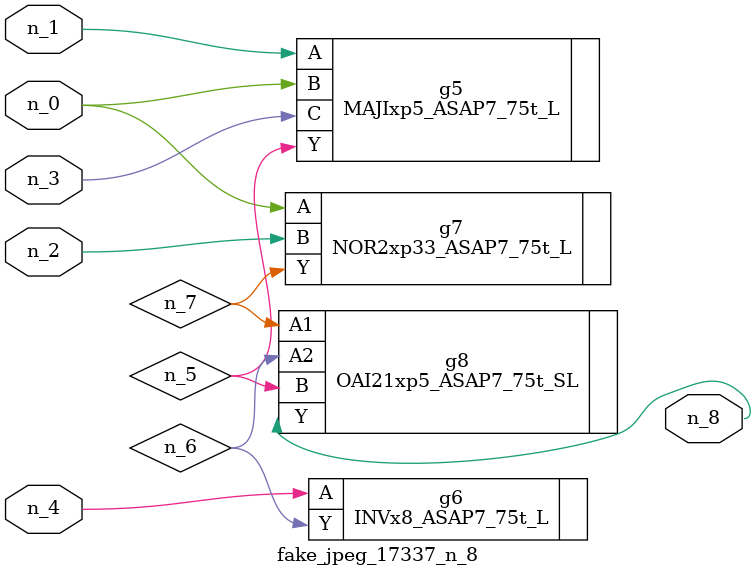
<source format=v>
module fake_jpeg_17337_n_8 (n_3, n_2, n_1, n_0, n_4, n_8);

input n_3;
input n_2;
input n_1;
input n_0;
input n_4;

output n_8;

wire n_6;
wire n_5;
wire n_7;

MAJIxp5_ASAP7_75t_L g5 ( 
.A(n_1),
.B(n_0),
.C(n_3),
.Y(n_5)
);

INVx8_ASAP7_75t_L g6 ( 
.A(n_4),
.Y(n_6)
);

NOR2xp33_ASAP7_75t_L g7 ( 
.A(n_0),
.B(n_2),
.Y(n_7)
);

OAI21xp5_ASAP7_75t_SL g8 ( 
.A1(n_7),
.A2(n_6),
.B(n_5),
.Y(n_8)
);


endmodule
</source>
